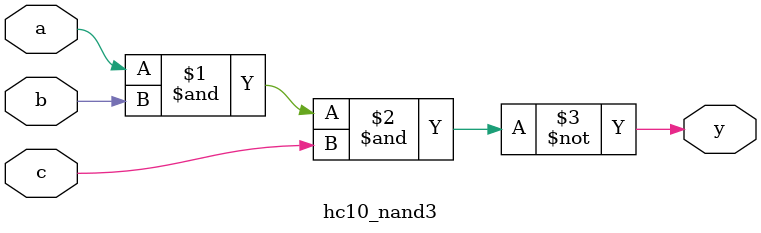
<source format=v>
`timescale 1ns/1ps
module hc10_nand3(input a, input b, input c, output y);
    `ifndef HC_TPD
    `define HC_TPD 0.001   // 1 ps: break zero-delay loops
    `endif
    assign #`HC_TPD y = ~(a & b & c);
endmodule
</source>
